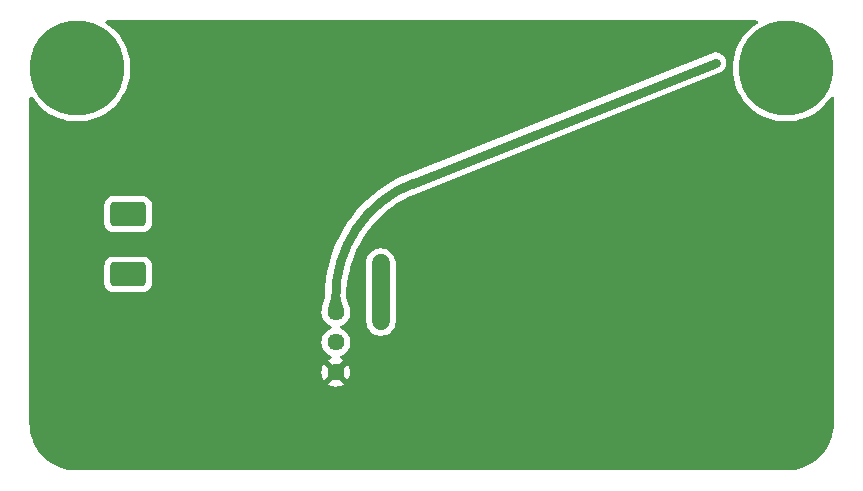
<source format=gbr>
%TF.GenerationSoftware,KiCad,Pcbnew,8.0.5*%
%TF.CreationDate,2024-10-22T02:27:49+03:00*%
%TF.ProjectId,DC36_DC5,44433336-5f44-4433-952e-6b696361645f,rev?*%
%TF.SameCoordinates,Original*%
%TF.FileFunction,Copper,L2,Bot*%
%TF.FilePolarity,Positive*%
%FSLAX46Y46*%
G04 Gerber Fmt 4.6, Leading zero omitted, Abs format (unit mm)*
G04 Created by KiCad (PCBNEW 8.0.5) date 2024-10-22 02:27:49*
%MOMM*%
%LPD*%
G01*
G04 APERTURE LIST*
G04 Aperture macros list*
%AMRoundRect*
0 Rectangle with rounded corners*
0 $1 Rounding radius*
0 $2 $3 $4 $5 $6 $7 $8 $9 X,Y pos of 4 corners*
0 Add a 4 corners polygon primitive as box body*
4,1,4,$2,$3,$4,$5,$6,$7,$8,$9,$2,$3,0*
0 Add four circle primitives for the rounded corners*
1,1,$1+$1,$2,$3*
1,1,$1+$1,$4,$5*
1,1,$1+$1,$6,$7*
1,1,$1+$1,$8,$9*
0 Add four rect primitives between the rounded corners*
20,1,$1+$1,$2,$3,$4,$5,0*
20,1,$1+$1,$4,$5,$6,$7,0*
20,1,$1+$1,$6,$7,$8,$9,0*
20,1,$1+$1,$8,$9,$2,$3,0*%
G04 Aperture macros list end*
%TA.AperFunction,ComponentPad*%
%ADD10C,0.800000*%
%TD*%
%TA.AperFunction,ComponentPad*%
%ADD11C,8.000000*%
%TD*%
%TA.AperFunction,ComponentPad*%
%ADD12RoundRect,0.250000X-1.250000X0.755000X-1.250000X-0.755000X1.250000X-0.755000X1.250000X0.755000X0*%
%TD*%
%TA.AperFunction,ComponentPad*%
%ADD13C,1.440000*%
%TD*%
%TA.AperFunction,ViaPad*%
%ADD14C,0.600000*%
%TD*%
%TA.AperFunction,ViaPad*%
%ADD15C,0.900000*%
%TD*%
%TA.AperFunction,Conductor*%
%ADD16C,0.800000*%
%TD*%
%TA.AperFunction,Conductor*%
%ADD17C,1.500000*%
%TD*%
G04 APERTURE END LIST*
D10*
%TO.P,H1,1,1*%
%TO.N,Net-(F1-Pad1)*%
X90498000Y-80954000D03*
X91310779Y-78991779D03*
X91310779Y-82916221D03*
X93273000Y-78179000D03*
D11*
X93273000Y-80954000D03*
D10*
X93273000Y-83729000D03*
X95235221Y-78991779D03*
X95235221Y-82916221D03*
X96048000Y-80954000D03*
%TD*%
D12*
%TO.P,F1,1*%
%TO.N,Net-(F1-Pad1)*%
X97573000Y-93304000D03*
%TO.P,F1,2*%
%TO.N,Net-(D1-A)*%
X97573000Y-98404000D03*
%TD*%
D11*
%TO.P,H4,1,1*%
%TO.N,Net-(D4-K)*%
X153273000Y-80954000D03*
%TD*%
D10*
%TO.P,H2,1,1*%
%TO.N,P\u002CGND*%
X90498000Y-110954000D03*
X91310779Y-108991779D03*
X91310779Y-112916221D03*
X93273000Y-108179000D03*
D11*
X93273000Y-110954000D03*
D10*
X93273000Y-113729000D03*
X95235221Y-108991779D03*
X95235221Y-112916221D03*
X96048000Y-110954000D03*
%TD*%
D11*
%TO.P,H3,1,1*%
%TO.N,P\u002CGND*%
X153273000Y-110954000D03*
%TD*%
D13*
%TO.P,RV1,1,1*%
%TO.N,P\u002CGND*%
X115173000Y-106680000D03*
%TO.P,RV1,2,2*%
%TO.N,Net-(U1-FB)*%
X115173000Y-104140000D03*
%TO.P,RV1,3,3*%
%TO.N,Net-(D4-K)*%
X115173000Y-101600000D03*
%TD*%
D14*
%TO.N,Net-(D4-K)*%
X147320000Y-80505999D03*
%TO.N,P\u002CGND*%
X127773000Y-108654000D03*
X129698000Y-99554000D03*
X131673000Y-101954000D03*
X133548000Y-108654000D03*
X129748000Y-101954000D03*
X135473000Y-99554000D03*
X129748000Y-106154000D03*
X135523000Y-106154000D03*
X129698000Y-104054000D03*
X133548000Y-104054000D03*
X129698000Y-108654000D03*
X127773000Y-104054000D03*
X133598000Y-106154000D03*
X131623000Y-108654000D03*
X131623000Y-99554000D03*
X133548000Y-99554000D03*
X135523000Y-101954000D03*
X133598000Y-101954000D03*
X127823000Y-106154000D03*
X127823000Y-101954000D03*
X127773000Y-99554000D03*
X131673000Y-106154000D03*
X135473000Y-104054000D03*
X131623000Y-104054000D03*
X135473000Y-108654000D03*
D15*
%TO.N,Net-(D2-K)*%
X118984000Y-102342000D03*
X118973000Y-97454000D03*
%TD*%
D16*
%TO.N,Net-(D4-K)*%
X115157092Y-100416929D02*
G75*
G02*
X121633214Y-90729589I10276778J138189D01*
G01*
X147320000Y-80505999D02*
X121633215Y-90729592D01*
X115157092Y-100416929D02*
X115173000Y-101600000D01*
D17*
%TO.N,Net-(D2-K)*%
X118973000Y-97454000D02*
X118984000Y-102342000D01*
%TD*%
%TA.AperFunction,Conductor*%
%TO.N,P\u002CGND*%
G36*
X150814312Y-76924462D02*
G01*
X150868850Y-76979000D01*
X150888812Y-77053500D01*
X150868850Y-77128000D01*
X150824018Y-77176423D01*
X150659882Y-77288858D01*
X150557941Y-77358690D01*
X150237800Y-77624532D01*
X150237796Y-77624535D01*
X149943535Y-77918796D01*
X149943532Y-77918800D01*
X149677690Y-78238941D01*
X149442509Y-78582263D01*
X149240013Y-78945814D01*
X149240009Y-78945822D01*
X149071927Y-79326489D01*
X148939681Y-79721060D01*
X148939678Y-79721069D01*
X148844404Y-80126151D01*
X148844400Y-80126169D01*
X148786912Y-80538294D01*
X148786912Y-80538301D01*
X148767693Y-80953998D01*
X148767693Y-80954001D01*
X148786912Y-81369698D01*
X148786912Y-81369705D01*
X148844400Y-81781830D01*
X148844404Y-81781848D01*
X148939678Y-82186930D01*
X148939681Y-82186939D01*
X149071927Y-82581510D01*
X149240009Y-82962177D01*
X149240013Y-82962185D01*
X149442509Y-83325736D01*
X149677690Y-83669058D01*
X149943532Y-83989199D01*
X149943535Y-83989203D01*
X149943538Y-83989206D01*
X150237794Y-84283462D01*
X150557946Y-84549313D01*
X150901261Y-84784489D01*
X150901263Y-84784490D01*
X151264814Y-84986986D01*
X151264822Y-84986990D01*
X151645489Y-85155072D01*
X151645495Y-85155074D01*
X152040064Y-85287320D01*
X152445152Y-85382596D01*
X152445161Y-85382597D01*
X152445169Y-85382599D01*
X152772419Y-85428247D01*
X152857303Y-85440088D01*
X153248001Y-85458151D01*
X153272999Y-85459307D01*
X153273000Y-85459307D01*
X153273001Y-85459307D01*
X153292220Y-85458418D01*
X153688697Y-85440088D01*
X153688704Y-85440087D01*
X153688705Y-85440087D01*
X154100830Y-85382599D01*
X154100835Y-85382597D01*
X154100848Y-85382596D01*
X154505936Y-85287320D01*
X154900505Y-85155074D01*
X155281188Y-84986985D01*
X155644739Y-84784489D01*
X155988054Y-84549313D01*
X156308206Y-84283462D01*
X156602462Y-83989206D01*
X156868313Y-83669054D01*
X157050576Y-83402981D01*
X157109147Y-83352802D01*
X157184962Y-83338629D01*
X157257705Y-83364263D01*
X157307886Y-83422835D01*
X157322500Y-83487188D01*
X157322500Y-110950558D01*
X157322341Y-110957439D01*
X157305544Y-111320761D01*
X157304274Y-111334466D01*
X157254501Y-111691271D01*
X157251972Y-111704799D01*
X157169490Y-112055489D01*
X157165724Y-112068726D01*
X157051233Y-112410321D01*
X157046261Y-112423154D01*
X156900748Y-112752709D01*
X156894614Y-112765029D01*
X156719305Y-113079769D01*
X156712060Y-113091470D01*
X156508463Y-113388686D01*
X156500169Y-113399669D01*
X156270018Y-113676830D01*
X156260746Y-113687001D01*
X156006001Y-113941746D01*
X155995830Y-113951018D01*
X155718669Y-114181169D01*
X155707686Y-114189463D01*
X155410470Y-114393060D01*
X155398769Y-114400305D01*
X155084029Y-114575614D01*
X155071709Y-114581748D01*
X154742154Y-114727261D01*
X154729321Y-114732233D01*
X154387726Y-114846724D01*
X154374489Y-114850490D01*
X154023799Y-114932972D01*
X154010271Y-114935501D01*
X153653466Y-114985274D01*
X153639761Y-114986544D01*
X153276439Y-115003341D01*
X153269558Y-115003500D01*
X93276442Y-115003500D01*
X93269561Y-115003341D01*
X92906238Y-114986544D01*
X92892536Y-114985274D01*
X92810866Y-114973881D01*
X92535728Y-114935501D01*
X92522200Y-114932972D01*
X92171510Y-114850490D01*
X92158273Y-114846724D01*
X91816678Y-114732233D01*
X91803845Y-114727261D01*
X91474290Y-114581748D01*
X91461970Y-114575614D01*
X91147230Y-114400305D01*
X91135529Y-114393060D01*
X90838313Y-114189463D01*
X90827330Y-114181169D01*
X90550169Y-113951018D01*
X90539998Y-113941746D01*
X90285253Y-113687001D01*
X90275981Y-113676830D01*
X90045830Y-113399669D01*
X90037536Y-113388686D01*
X89833939Y-113091470D01*
X89826694Y-113079769D01*
X89651385Y-112765029D01*
X89645251Y-112752709D01*
X89499738Y-112423154D01*
X89494766Y-112410321D01*
X89380275Y-112068726D01*
X89376509Y-112055489D01*
X89294027Y-111704799D01*
X89291498Y-111691271D01*
X89278876Y-111600785D01*
X89241722Y-111334443D01*
X89240456Y-111320780D01*
X89223659Y-110957439D01*
X89223500Y-110950558D01*
X89223500Y-101600000D01*
X113947838Y-101600000D01*
X113966451Y-101812747D01*
X114021724Y-102019030D01*
X114111979Y-102212581D01*
X114111982Y-102212585D01*
X114111984Y-102212588D01*
X114234465Y-102387513D01*
X114385486Y-102538534D01*
X114519082Y-102632077D01*
X114560419Y-102661021D01*
X114718983Y-102734961D01*
X114778065Y-102784538D01*
X114804444Y-102857015D01*
X114791051Y-102932971D01*
X114741473Y-102992054D01*
X114718988Y-103005036D01*
X114560419Y-103078979D01*
X114560416Y-103078981D01*
X114560414Y-103078982D01*
X114560411Y-103078984D01*
X114385486Y-103201465D01*
X114234465Y-103352486D01*
X114111984Y-103527411D01*
X114111982Y-103527414D01*
X114111981Y-103527416D01*
X114111979Y-103527419D01*
X114021724Y-103720970D01*
X114021723Y-103720973D01*
X113966451Y-103927251D01*
X113966451Y-103927253D01*
X113947838Y-104140000D01*
X113966451Y-104352747D01*
X114021724Y-104559030D01*
X114111979Y-104752581D01*
X114111982Y-104752585D01*
X114111984Y-104752588D01*
X114234465Y-104927513D01*
X114385486Y-105078534D01*
X114523682Y-105175298D01*
X114560419Y-105201021D01*
X114719576Y-105275237D01*
X114778657Y-105324812D01*
X114805036Y-105397289D01*
X114791643Y-105473245D01*
X114742066Y-105532329D01*
X114719573Y-105545315D01*
X114560675Y-105619409D01*
X114560670Y-105619412D01*
X114504969Y-105658415D01*
X115126554Y-106280000D01*
X115120339Y-106280000D01*
X115018606Y-106307259D01*
X114927394Y-106359920D01*
X114852920Y-106434394D01*
X114800259Y-106525606D01*
X114773000Y-106627339D01*
X114773000Y-106633554D01*
X114151415Y-106011969D01*
X114112412Y-106067670D01*
X114112407Y-106067679D01*
X114022198Y-106261136D01*
X114022196Y-106261141D01*
X113966944Y-106467340D01*
X113948340Y-106680000D01*
X113966944Y-106892659D01*
X114022196Y-107098858D01*
X114022198Y-107098863D01*
X114112407Y-107292320D01*
X114112417Y-107292337D01*
X114151414Y-107348029D01*
X114773000Y-106726443D01*
X114773000Y-106732661D01*
X114800259Y-106834394D01*
X114852920Y-106925606D01*
X114927394Y-107000080D01*
X115018606Y-107052741D01*
X115120339Y-107080000D01*
X115126553Y-107080000D01*
X114504968Y-107701584D01*
X114560662Y-107740582D01*
X114560668Y-107740585D01*
X114754141Y-107830803D01*
X114960340Y-107886055D01*
X115173000Y-107904659D01*
X115385659Y-107886055D01*
X115591858Y-107830803D01*
X115785334Y-107740584D01*
X115841029Y-107701584D01*
X115841030Y-107701583D01*
X115219447Y-107080000D01*
X115225661Y-107080000D01*
X115327394Y-107052741D01*
X115418606Y-107000080D01*
X115493080Y-106925606D01*
X115545741Y-106834394D01*
X115573000Y-106732661D01*
X115573000Y-106726446D01*
X116194583Y-107348030D01*
X116194584Y-107348029D01*
X116233584Y-107292334D01*
X116323803Y-107098858D01*
X116379055Y-106892659D01*
X116397659Y-106680000D01*
X116379055Y-106467340D01*
X116323803Y-106261141D01*
X116233585Y-106067668D01*
X116233582Y-106067662D01*
X116194584Y-106011968D01*
X115573000Y-106633552D01*
X115573000Y-106627339D01*
X115545741Y-106525606D01*
X115493080Y-106434394D01*
X115418606Y-106359920D01*
X115327394Y-106307259D01*
X115225661Y-106280000D01*
X115219444Y-106280000D01*
X115841030Y-105658414D01*
X115785337Y-105619417D01*
X115785324Y-105619409D01*
X115626426Y-105545315D01*
X115567343Y-105495738D01*
X115540963Y-105423262D01*
X115554356Y-105347305D01*
X115603933Y-105288222D01*
X115626410Y-105275244D01*
X115785581Y-105201021D01*
X115886870Y-105130098D01*
X115960513Y-105078534D01*
X115960515Y-105078531D01*
X115960519Y-105078529D01*
X116111529Y-104927519D01*
X116111531Y-104927515D01*
X116111534Y-104927513D01*
X116163098Y-104853870D01*
X116234021Y-104752581D01*
X116324276Y-104559030D01*
X116379549Y-104352747D01*
X116398162Y-104140000D01*
X116379549Y-103927253D01*
X116324276Y-103720970D01*
X116234021Y-103527419D01*
X116208298Y-103490682D01*
X116111534Y-103352486D01*
X115960513Y-103201465D01*
X115785588Y-103078984D01*
X115785581Y-103078979D01*
X115627016Y-103005038D01*
X115567934Y-102955463D01*
X115541555Y-102882986D01*
X115554948Y-102807030D01*
X115604525Y-102747946D01*
X115627011Y-102734963D01*
X115785581Y-102661021D01*
X115886870Y-102590098D01*
X115960513Y-102538534D01*
X115960515Y-102538531D01*
X115960519Y-102538529D01*
X116111529Y-102387519D01*
X116111531Y-102387515D01*
X116111534Y-102387513D01*
X116163098Y-102313870D01*
X116234021Y-102212581D01*
X116324276Y-102019030D01*
X116379549Y-101812747D01*
X116398162Y-101600000D01*
X116379549Y-101387253D01*
X116324276Y-101180970D01*
X116324269Y-101180955D01*
X116323281Y-101178240D01*
X116317292Y-101162708D01*
X116065992Y-100349172D01*
X116059381Y-100302479D01*
X116068295Y-99814802D01*
X116068766Y-99805394D01*
X116116552Y-99221940D01*
X116117622Y-99212554D01*
X116118140Y-99209009D01*
X116202304Y-98633309D01*
X116203958Y-98624056D01*
X116325202Y-98051320D01*
X116327443Y-98042173D01*
X116484748Y-97478302D01*
X116487572Y-97469296D01*
X116526240Y-97358400D01*
X117722282Y-97358400D01*
X117733725Y-102443236D01*
X117764953Y-102637572D01*
X117826198Y-102824629D01*
X117826200Y-102824634D01*
X117915951Y-102999806D01*
X117915952Y-102999808D01*
X117962375Y-103063402D01*
X118032008Y-103158790D01*
X118171503Y-103297658D01*
X118331004Y-103412996D01*
X118331008Y-103412998D01*
X118331007Y-103412998D01*
X118502319Y-103499800D01*
X118506584Y-103501961D01*
X118693920Y-103562365D01*
X118888397Y-103592718D01*
X119085231Y-103592275D01*
X119279570Y-103561047D01*
X119466632Y-103499800D01*
X119641810Y-103410046D01*
X119800790Y-103293992D01*
X119939659Y-103154497D01*
X120054996Y-102994996D01*
X120143961Y-102819415D01*
X120204365Y-102632080D01*
X120234718Y-102437602D01*
X120223275Y-97352769D01*
X120192047Y-97158430D01*
X120132509Y-96976584D01*
X120130803Y-96971372D01*
X120130799Y-96971364D01*
X120041049Y-96796194D01*
X119924991Y-96637209D01*
X119785497Y-96498340D01*
X119626000Y-96383006D01*
X119625991Y-96383001D01*
X119450419Y-96294040D01*
X119450417Y-96294039D01*
X119387970Y-96273904D01*
X119263080Y-96233635D01*
X119263077Y-96233634D01*
X119173620Y-96219672D01*
X119068603Y-96203282D01*
X119068599Y-96203282D01*
X118871763Y-96203725D01*
X118677424Y-96234954D01*
X118490372Y-96296196D01*
X118490364Y-96296200D01*
X118315194Y-96385950D01*
X118156209Y-96502008D01*
X118017340Y-96641502D01*
X117902006Y-96800999D01*
X117902001Y-96801008D01*
X117813042Y-96976578D01*
X117813039Y-96976582D01*
X117752635Y-97163921D01*
X117752634Y-97163922D01*
X117734574Y-97279633D01*
X117723161Y-97352769D01*
X117722282Y-97358400D01*
X116526240Y-97358400D01*
X116680313Y-96916527D01*
X116683694Y-96907738D01*
X116911099Y-96368290D01*
X116915024Y-96359745D01*
X117176170Y-95835809D01*
X117180635Y-95827521D01*
X117474473Y-95321195D01*
X117479458Y-95313200D01*
X117804822Y-94826504D01*
X117810289Y-94818862D01*
X118165849Y-94353783D01*
X118171804Y-94346487D01*
X118417907Y-94063713D01*
X118556124Y-93904899D01*
X118562515Y-93898009D01*
X118974103Y-93481633D01*
X118980885Y-93475193D01*
X119418020Y-93085772D01*
X119425256Y-93079727D01*
X119886174Y-92718825D01*
X119893791Y-92713243D01*
X120376670Y-92382287D01*
X120384593Y-92377219D01*
X120887492Y-92077540D01*
X120895708Y-92072990D01*
X121416603Y-91805794D01*
X121425132Y-91801757D01*
X121963977Y-91567229D01*
X121968287Y-91565432D01*
X147735405Y-81309868D01*
X147884251Y-81213379D01*
X148011412Y-81089708D01*
X148112002Y-80943604D01*
X148182157Y-80780683D01*
X148219180Y-80607207D01*
X148221646Y-80429841D01*
X148189464Y-80255402D01*
X148123869Y-80090594D01*
X148027380Y-79941748D01*
X148027379Y-79941746D01*
X147903713Y-79814590D01*
X147903710Y-79814588D01*
X147757605Y-79713997D01*
X147594679Y-79643840D01*
X147475660Y-79618440D01*
X147421208Y-79606819D01*
X147243842Y-79604353D01*
X147243841Y-79604353D01*
X147243838Y-79604353D01*
X147069405Y-79636534D01*
X147069399Y-79636536D01*
X121312738Y-89887939D01*
X121312721Y-89887945D01*
X121002056Y-90011549D01*
X121002013Y-90011568D01*
X120636425Y-90181982D01*
X120420291Y-90282731D01*
X120420287Y-90282733D01*
X120420283Y-90282735D01*
X119855073Y-90586825D01*
X119855051Y-90586837D01*
X119308233Y-90922845D01*
X118781552Y-91289699D01*
X118276802Y-91686152D01*
X117795629Y-92110909D01*
X117339604Y-92562584D01*
X116910257Y-93039665D01*
X116508978Y-93540603D01*
X116508971Y-93540612D01*
X116137117Y-94063713D01*
X116137103Y-94063734D01*
X115795869Y-94607309D01*
X115795844Y-94607352D01*
X115486361Y-95169605D01*
X115486355Y-95169618D01*
X115209637Y-95748702D01*
X115209612Y-95748757D01*
X114966578Y-96342751D01*
X114758006Y-96949760D01*
X114758001Y-96949778D01*
X114584601Y-97567733D01*
X114584599Y-97567740D01*
X114446941Y-98194614D01*
X114446938Y-98194630D01*
X114345467Y-98828396D01*
X114280524Y-99466915D01*
X114280523Y-99466930D01*
X114252319Y-100108137D01*
X114252319Y-100108160D01*
X114255138Y-100316008D01*
X114249802Y-100357597D01*
X114028179Y-101162189D01*
X114023570Y-101174722D01*
X114023948Y-101174860D01*
X114021723Y-101180973D01*
X113966451Y-101387251D01*
X113966451Y-101387253D01*
X113947838Y-101600000D01*
X89223500Y-101600000D01*
X89223500Y-97598995D01*
X95572500Y-97598995D01*
X95572500Y-99209003D01*
X95583001Y-99311797D01*
X95638186Y-99478334D01*
X95730288Y-99627656D01*
X95854344Y-99751712D01*
X96003666Y-99843814D01*
X96170203Y-99898999D01*
X96272991Y-99909500D01*
X98873008Y-99909499D01*
X98975797Y-99898999D01*
X99142334Y-99843814D01*
X99291656Y-99751712D01*
X99415712Y-99627656D01*
X99507814Y-99478334D01*
X99562999Y-99311797D01*
X99573500Y-99209009D01*
X99573499Y-97598992D01*
X99562999Y-97496203D01*
X99507814Y-97329666D01*
X99415712Y-97180344D01*
X99291656Y-97056288D01*
X99142334Y-96964186D01*
X99059065Y-96936593D01*
X98975798Y-96909001D01*
X98958665Y-96907250D01*
X98873009Y-96898500D01*
X98873004Y-96898500D01*
X96272996Y-96898500D01*
X96170202Y-96909001D01*
X96003666Y-96964186D01*
X95854343Y-97056288D01*
X95730288Y-97180343D01*
X95638186Y-97329666D01*
X95583001Y-97496201D01*
X95583001Y-97496202D01*
X95583001Y-97496203D01*
X95575694Y-97567733D01*
X95572500Y-97598995D01*
X89223500Y-97598995D01*
X89223500Y-92498995D01*
X95572500Y-92498995D01*
X95572500Y-94109003D01*
X95572501Y-94109008D01*
X95583001Y-94211797D01*
X95638186Y-94378334D01*
X95730288Y-94527656D01*
X95854344Y-94651712D01*
X96003666Y-94743814D01*
X96170203Y-94798999D01*
X96272991Y-94809500D01*
X98873008Y-94809499D01*
X98975797Y-94798999D01*
X99142334Y-94743814D01*
X99291656Y-94651712D01*
X99415712Y-94527656D01*
X99507814Y-94378334D01*
X99562999Y-94211797D01*
X99573500Y-94109009D01*
X99573499Y-92498992D01*
X99562999Y-92396203D01*
X99507814Y-92229666D01*
X99415712Y-92080344D01*
X99291656Y-91956288D01*
X99142334Y-91864186D01*
X99059065Y-91836593D01*
X98975798Y-91809001D01*
X98958665Y-91807250D01*
X98873009Y-91798500D01*
X98873004Y-91798500D01*
X96272996Y-91798500D01*
X96170202Y-91809001D01*
X96003666Y-91864186D01*
X95854343Y-91956288D01*
X95730288Y-92080343D01*
X95638186Y-92229666D01*
X95583001Y-92396201D01*
X95572500Y-92498995D01*
X89223500Y-92498995D01*
X89223500Y-83487188D01*
X89243462Y-83412688D01*
X89298000Y-83358150D01*
X89372500Y-83338188D01*
X89447000Y-83358150D01*
X89495423Y-83402981D01*
X89677687Y-83669054D01*
X89677690Y-83669058D01*
X89943532Y-83989199D01*
X89943535Y-83989203D01*
X89943538Y-83989206D01*
X90237794Y-84283462D01*
X90557946Y-84549313D01*
X90901261Y-84784489D01*
X90901263Y-84784490D01*
X91264814Y-84986986D01*
X91264822Y-84986990D01*
X91645489Y-85155072D01*
X91645495Y-85155074D01*
X92040064Y-85287320D01*
X92445152Y-85382596D01*
X92445161Y-85382597D01*
X92445169Y-85382599D01*
X92772419Y-85428247D01*
X92857303Y-85440088D01*
X93248001Y-85458151D01*
X93272999Y-85459307D01*
X93273000Y-85459307D01*
X93273001Y-85459307D01*
X93292220Y-85458418D01*
X93688697Y-85440088D01*
X93688704Y-85440087D01*
X93688705Y-85440087D01*
X94100830Y-85382599D01*
X94100835Y-85382597D01*
X94100848Y-85382596D01*
X94505936Y-85287320D01*
X94900505Y-85155074D01*
X95281188Y-84986985D01*
X95644739Y-84784489D01*
X95988054Y-84549313D01*
X96308206Y-84283462D01*
X96602462Y-83989206D01*
X96868313Y-83669054D01*
X97103489Y-83325739D01*
X97305985Y-82962188D01*
X97474074Y-82581505D01*
X97606320Y-82186936D01*
X97701596Y-81781848D01*
X97759088Y-81369697D01*
X97778307Y-80954000D01*
X97759088Y-80538303D01*
X97759087Y-80538294D01*
X97701599Y-80126169D01*
X97701597Y-80126161D01*
X97701596Y-80126152D01*
X97606320Y-79721064D01*
X97474074Y-79326495D01*
X97474072Y-79326489D01*
X97305990Y-78945822D01*
X97305986Y-78945814D01*
X97150096Y-78665936D01*
X97103489Y-78582261D01*
X96868313Y-78238946D01*
X96602462Y-77918794D01*
X96308206Y-77624538D01*
X96308203Y-77624535D01*
X96308199Y-77624532D01*
X95988058Y-77358690D01*
X95988054Y-77358687D01*
X95721981Y-77176423D01*
X95671802Y-77117853D01*
X95657629Y-77042038D01*
X95683263Y-76969295D01*
X95741835Y-76919114D01*
X95806188Y-76904500D01*
X150739812Y-76904500D01*
X150814312Y-76924462D01*
G37*
%TD.AperFunction*%
%TD*%
%TA.AperFunction,Conductor*%
%TO.N,Net-(D4-K)*%
G36*
X115556690Y-100417861D02*
G01*
X115559648Y-100422733D01*
X115835051Y-101314297D01*
X115834218Y-101323213D01*
X115828363Y-101328554D01*
X115177496Y-101599132D01*
X115168541Y-101599143D01*
X114814655Y-101452028D01*
X114517336Y-101328429D01*
X114511012Y-101322089D01*
X114510547Y-101314520D01*
X114754748Y-100427962D01*
X114760249Y-100420897D01*
X114765952Y-100419370D01*
X115548396Y-100414486D01*
X115556690Y-100417861D01*
G37*
%TD.AperFunction*%
%TD*%
M02*

</source>
